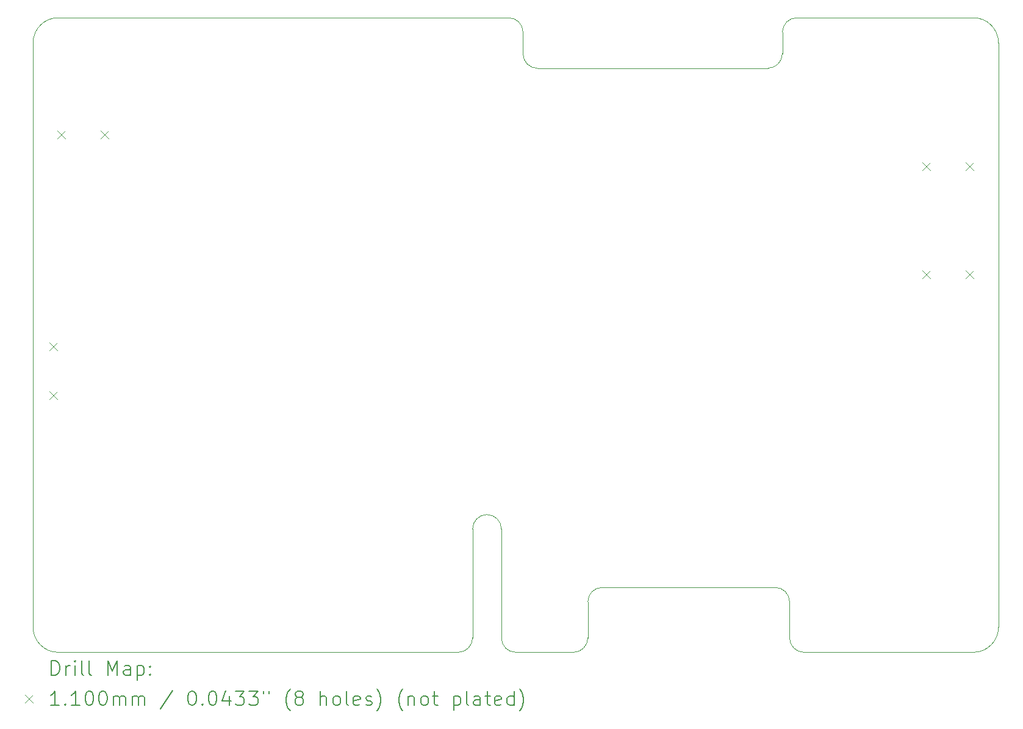
<source format=gbr>
%TF.GenerationSoftware,KiCad,Pcbnew,7.0.6*%
%TF.CreationDate,2023-09-04T15:45:52-07:00*%
%TF.ProjectId,tulipcc,74756c69-7063-4632-9e6b-696361645f70,rev?*%
%TF.SameCoordinates,Original*%
%TF.FileFunction,Drillmap*%
%TF.FilePolarity,Positive*%
%FSLAX45Y45*%
G04 Gerber Fmt 4.5, Leading zero omitted, Abs format (unit mm)*
G04 Created by KiCad (PCBNEW 7.0.6) date 2023-09-04 15:45:52*
%MOMM*%
%LPD*%
G01*
G04 APERTURE LIST*
%ADD10C,0.100000*%
%ADD11C,0.200000*%
%ADD12C,0.110000*%
G04 APERTURE END LIST*
D10*
X6700000Y0D02*
X7500000Y0D01*
X5900000Y0D02*
G75*
G03*
X6100000Y200000I0J200000D01*
G01*
X6300000Y1910000D02*
G75*
G03*
X6100000Y1710000I0J-200000D01*
G01*
X6100000Y200000D02*
X6100000Y1710000D01*
X6500000Y1710000D02*
G75*
G03*
X6300000Y1910000I-200000J0D01*
G01*
X6500000Y200000D02*
G75*
G03*
X6700000Y0I200000J0D01*
G01*
X6500000Y200000D02*
X6500000Y1710000D01*
X7500000Y0D02*
G75*
G03*
X7700000Y200000I0J200000D01*
G01*
X7900000Y900000D02*
G75*
G03*
X7700000Y700000I0J-200000D01*
G01*
X13400000Y350000D02*
X13400000Y8450000D01*
X0Y8450000D02*
X0Y350000D01*
X7900000Y900000D02*
X10300000Y900000D01*
X13050000Y0D02*
G75*
G03*
X13400000Y350000I0J350000D01*
G01*
X10500000Y200000D02*
G75*
G03*
X10700000Y0I200000J0D01*
G01*
X10700000Y0D02*
X13050000Y0D01*
X13400000Y8450000D02*
G75*
G03*
X13050000Y8800000I-350000J0D01*
G01*
X6800000Y8300000D02*
X6800000Y8600000D01*
X350000Y8800000D02*
G75*
G03*
X0Y8450000I0J-350000D01*
G01*
X350000Y0D02*
X5900000Y0D01*
X10600000Y8800003D02*
G75*
G03*
X10400014Y8599007I2950J-202923D01*
G01*
X10600000Y8800000D02*
X13050000Y8800000D01*
X6800000Y8300000D02*
G75*
G03*
X7000000Y8100000I200000J0D01*
G01*
X0Y350000D02*
G75*
G03*
X350000Y0I350000J0D01*
G01*
X10200000Y8100000D02*
G75*
G03*
X10400005Y8301421I-1420J201420D01*
G01*
X6800000Y8600000D02*
G75*
G03*
X6600000Y8800000I-200000J0D01*
G01*
X10500000Y700000D02*
G75*
G03*
X10300000Y900000I-200000J0D01*
G01*
X7700000Y200000D02*
X7700000Y700000D01*
X10400005Y8301421D02*
X10400000Y8600000D01*
X10500000Y200000D02*
X10500000Y700000D01*
X350000Y8800000D02*
X6600000Y8800000D01*
X7000000Y8100000D02*
X10200000Y8100000D01*
D11*
D12*
X225000Y4295000D02*
X335000Y4185000D01*
X335000Y4295000D02*
X225000Y4185000D01*
X225000Y3615000D02*
X335000Y3505000D01*
X335000Y3615000D02*
X225000Y3505000D01*
X335000Y7235000D02*
X445000Y7125000D01*
X445000Y7235000D02*
X335000Y7125000D01*
X935000Y7235000D02*
X1045000Y7125000D01*
X1045000Y7235000D02*
X935000Y7125000D01*
X12345000Y6795000D02*
X12455000Y6685000D01*
X12455000Y6795000D02*
X12345000Y6685000D01*
X12345000Y5295000D02*
X12455000Y5185000D01*
X12455000Y5295000D02*
X12345000Y5185000D01*
X12945000Y6795000D02*
X13055000Y6685000D01*
X13055000Y6795000D02*
X12945000Y6685000D01*
X12945000Y5295000D02*
X13055000Y5185000D01*
X13055000Y5295000D02*
X12945000Y5185000D01*
D11*
X255777Y-316484D02*
X255777Y-116484D01*
X255777Y-116484D02*
X303396Y-116484D01*
X303396Y-116484D02*
X331967Y-126008D01*
X331967Y-126008D02*
X351015Y-145055D01*
X351015Y-145055D02*
X360539Y-164103D01*
X360539Y-164103D02*
X370062Y-202198D01*
X370062Y-202198D02*
X370062Y-230769D01*
X370062Y-230769D02*
X360539Y-268865D01*
X360539Y-268865D02*
X351015Y-287912D01*
X351015Y-287912D02*
X331967Y-306960D01*
X331967Y-306960D02*
X303396Y-316484D01*
X303396Y-316484D02*
X255777Y-316484D01*
X455777Y-316484D02*
X455777Y-183150D01*
X455777Y-221246D02*
X465301Y-202198D01*
X465301Y-202198D02*
X474824Y-192674D01*
X474824Y-192674D02*
X493872Y-183150D01*
X493872Y-183150D02*
X512920Y-183150D01*
X579586Y-316484D02*
X579586Y-183150D01*
X579586Y-116484D02*
X570063Y-126008D01*
X570063Y-126008D02*
X579586Y-135531D01*
X579586Y-135531D02*
X589110Y-126008D01*
X589110Y-126008D02*
X579586Y-116484D01*
X579586Y-116484D02*
X579586Y-135531D01*
X703396Y-316484D02*
X684348Y-306960D01*
X684348Y-306960D02*
X674824Y-287912D01*
X674824Y-287912D02*
X674824Y-116484D01*
X808158Y-316484D02*
X789110Y-306960D01*
X789110Y-306960D02*
X779586Y-287912D01*
X779586Y-287912D02*
X779586Y-116484D01*
X1036729Y-316484D02*
X1036729Y-116484D01*
X1036729Y-116484D02*
X1103396Y-259341D01*
X1103396Y-259341D02*
X1170063Y-116484D01*
X1170063Y-116484D02*
X1170063Y-316484D01*
X1351015Y-316484D02*
X1351015Y-211722D01*
X1351015Y-211722D02*
X1341491Y-192674D01*
X1341491Y-192674D02*
X1322444Y-183150D01*
X1322444Y-183150D02*
X1284348Y-183150D01*
X1284348Y-183150D02*
X1265301Y-192674D01*
X1351015Y-306960D02*
X1331967Y-316484D01*
X1331967Y-316484D02*
X1284348Y-316484D01*
X1284348Y-316484D02*
X1265301Y-306960D01*
X1265301Y-306960D02*
X1255777Y-287912D01*
X1255777Y-287912D02*
X1255777Y-268865D01*
X1255777Y-268865D02*
X1265301Y-249817D01*
X1265301Y-249817D02*
X1284348Y-240293D01*
X1284348Y-240293D02*
X1331967Y-240293D01*
X1331967Y-240293D02*
X1351015Y-230769D01*
X1446253Y-183150D02*
X1446253Y-383150D01*
X1446253Y-192674D02*
X1465301Y-183150D01*
X1465301Y-183150D02*
X1503396Y-183150D01*
X1503396Y-183150D02*
X1522443Y-192674D01*
X1522443Y-192674D02*
X1531967Y-202198D01*
X1531967Y-202198D02*
X1541491Y-221246D01*
X1541491Y-221246D02*
X1541491Y-278389D01*
X1541491Y-278389D02*
X1531967Y-297436D01*
X1531967Y-297436D02*
X1522443Y-306960D01*
X1522443Y-306960D02*
X1503396Y-316484D01*
X1503396Y-316484D02*
X1465301Y-316484D01*
X1465301Y-316484D02*
X1446253Y-306960D01*
X1627205Y-297436D02*
X1636729Y-306960D01*
X1636729Y-306960D02*
X1627205Y-316484D01*
X1627205Y-316484D02*
X1617682Y-306960D01*
X1617682Y-306960D02*
X1627205Y-297436D01*
X1627205Y-297436D02*
X1627205Y-316484D01*
X1627205Y-192674D02*
X1636729Y-202198D01*
X1636729Y-202198D02*
X1627205Y-211722D01*
X1627205Y-211722D02*
X1617682Y-202198D01*
X1617682Y-202198D02*
X1627205Y-192674D01*
X1627205Y-192674D02*
X1627205Y-211722D01*
D12*
X-115000Y-590000D02*
X-5000Y-700000D01*
X-5000Y-590000D02*
X-115000Y-700000D01*
D11*
X360539Y-736484D02*
X246253Y-736484D01*
X303396Y-736484D02*
X303396Y-536484D01*
X303396Y-536484D02*
X284348Y-565055D01*
X284348Y-565055D02*
X265301Y-584103D01*
X265301Y-584103D02*
X246253Y-593627D01*
X446253Y-717436D02*
X455777Y-726960D01*
X455777Y-726960D02*
X446253Y-736484D01*
X446253Y-736484D02*
X436729Y-726960D01*
X436729Y-726960D02*
X446253Y-717436D01*
X446253Y-717436D02*
X446253Y-736484D01*
X646253Y-736484D02*
X531967Y-736484D01*
X589110Y-736484D02*
X589110Y-536484D01*
X589110Y-536484D02*
X570063Y-565055D01*
X570063Y-565055D02*
X551015Y-584103D01*
X551015Y-584103D02*
X531967Y-593627D01*
X770062Y-536484D02*
X789110Y-536484D01*
X789110Y-536484D02*
X808158Y-546008D01*
X808158Y-546008D02*
X817682Y-555531D01*
X817682Y-555531D02*
X827205Y-574579D01*
X827205Y-574579D02*
X836729Y-612674D01*
X836729Y-612674D02*
X836729Y-660293D01*
X836729Y-660293D02*
X827205Y-698389D01*
X827205Y-698389D02*
X817682Y-717436D01*
X817682Y-717436D02*
X808158Y-726960D01*
X808158Y-726960D02*
X789110Y-736484D01*
X789110Y-736484D02*
X770062Y-736484D01*
X770062Y-736484D02*
X751015Y-726960D01*
X751015Y-726960D02*
X741491Y-717436D01*
X741491Y-717436D02*
X731967Y-698389D01*
X731967Y-698389D02*
X722443Y-660293D01*
X722443Y-660293D02*
X722443Y-612674D01*
X722443Y-612674D02*
X731967Y-574579D01*
X731967Y-574579D02*
X741491Y-555531D01*
X741491Y-555531D02*
X751015Y-546008D01*
X751015Y-546008D02*
X770062Y-536484D01*
X960539Y-536484D02*
X979586Y-536484D01*
X979586Y-536484D02*
X998634Y-546008D01*
X998634Y-546008D02*
X1008158Y-555531D01*
X1008158Y-555531D02*
X1017682Y-574579D01*
X1017682Y-574579D02*
X1027205Y-612674D01*
X1027205Y-612674D02*
X1027205Y-660293D01*
X1027205Y-660293D02*
X1017682Y-698389D01*
X1017682Y-698389D02*
X1008158Y-717436D01*
X1008158Y-717436D02*
X998634Y-726960D01*
X998634Y-726960D02*
X979586Y-736484D01*
X979586Y-736484D02*
X960539Y-736484D01*
X960539Y-736484D02*
X941491Y-726960D01*
X941491Y-726960D02*
X931967Y-717436D01*
X931967Y-717436D02*
X922443Y-698389D01*
X922443Y-698389D02*
X912920Y-660293D01*
X912920Y-660293D02*
X912920Y-612674D01*
X912920Y-612674D02*
X922443Y-574579D01*
X922443Y-574579D02*
X931967Y-555531D01*
X931967Y-555531D02*
X941491Y-546008D01*
X941491Y-546008D02*
X960539Y-536484D01*
X1112920Y-736484D02*
X1112920Y-603150D01*
X1112920Y-622198D02*
X1122444Y-612674D01*
X1122444Y-612674D02*
X1141491Y-603150D01*
X1141491Y-603150D02*
X1170063Y-603150D01*
X1170063Y-603150D02*
X1189110Y-612674D01*
X1189110Y-612674D02*
X1198634Y-631722D01*
X1198634Y-631722D02*
X1198634Y-736484D01*
X1198634Y-631722D02*
X1208158Y-612674D01*
X1208158Y-612674D02*
X1227205Y-603150D01*
X1227205Y-603150D02*
X1255777Y-603150D01*
X1255777Y-603150D02*
X1274825Y-612674D01*
X1274825Y-612674D02*
X1284348Y-631722D01*
X1284348Y-631722D02*
X1284348Y-736484D01*
X1379586Y-736484D02*
X1379586Y-603150D01*
X1379586Y-622198D02*
X1389110Y-612674D01*
X1389110Y-612674D02*
X1408158Y-603150D01*
X1408158Y-603150D02*
X1436729Y-603150D01*
X1436729Y-603150D02*
X1455777Y-612674D01*
X1455777Y-612674D02*
X1465301Y-631722D01*
X1465301Y-631722D02*
X1465301Y-736484D01*
X1465301Y-631722D02*
X1474824Y-612674D01*
X1474824Y-612674D02*
X1493872Y-603150D01*
X1493872Y-603150D02*
X1522443Y-603150D01*
X1522443Y-603150D02*
X1541491Y-612674D01*
X1541491Y-612674D02*
X1551015Y-631722D01*
X1551015Y-631722D02*
X1551015Y-736484D01*
X1941491Y-526960D02*
X1770063Y-784103D01*
X2198634Y-536484D02*
X2217682Y-536484D01*
X2217682Y-536484D02*
X2236729Y-546008D01*
X2236729Y-546008D02*
X2246253Y-555531D01*
X2246253Y-555531D02*
X2255777Y-574579D01*
X2255777Y-574579D02*
X2265301Y-612674D01*
X2265301Y-612674D02*
X2265301Y-660293D01*
X2265301Y-660293D02*
X2255777Y-698389D01*
X2255777Y-698389D02*
X2246253Y-717436D01*
X2246253Y-717436D02*
X2236729Y-726960D01*
X2236729Y-726960D02*
X2217682Y-736484D01*
X2217682Y-736484D02*
X2198634Y-736484D01*
X2198634Y-736484D02*
X2179587Y-726960D01*
X2179587Y-726960D02*
X2170063Y-717436D01*
X2170063Y-717436D02*
X2160539Y-698389D01*
X2160539Y-698389D02*
X2151015Y-660293D01*
X2151015Y-660293D02*
X2151015Y-612674D01*
X2151015Y-612674D02*
X2160539Y-574579D01*
X2160539Y-574579D02*
X2170063Y-555531D01*
X2170063Y-555531D02*
X2179587Y-546008D01*
X2179587Y-546008D02*
X2198634Y-536484D01*
X2351015Y-717436D02*
X2360539Y-726960D01*
X2360539Y-726960D02*
X2351015Y-736484D01*
X2351015Y-736484D02*
X2341491Y-726960D01*
X2341491Y-726960D02*
X2351015Y-717436D01*
X2351015Y-717436D02*
X2351015Y-736484D01*
X2484348Y-536484D02*
X2503396Y-536484D01*
X2503396Y-536484D02*
X2522444Y-546008D01*
X2522444Y-546008D02*
X2531968Y-555531D01*
X2531968Y-555531D02*
X2541491Y-574579D01*
X2541491Y-574579D02*
X2551015Y-612674D01*
X2551015Y-612674D02*
X2551015Y-660293D01*
X2551015Y-660293D02*
X2541491Y-698389D01*
X2541491Y-698389D02*
X2531968Y-717436D01*
X2531968Y-717436D02*
X2522444Y-726960D01*
X2522444Y-726960D02*
X2503396Y-736484D01*
X2503396Y-736484D02*
X2484348Y-736484D01*
X2484348Y-736484D02*
X2465301Y-726960D01*
X2465301Y-726960D02*
X2455777Y-717436D01*
X2455777Y-717436D02*
X2446253Y-698389D01*
X2446253Y-698389D02*
X2436729Y-660293D01*
X2436729Y-660293D02*
X2436729Y-612674D01*
X2436729Y-612674D02*
X2446253Y-574579D01*
X2446253Y-574579D02*
X2455777Y-555531D01*
X2455777Y-555531D02*
X2465301Y-546008D01*
X2465301Y-546008D02*
X2484348Y-536484D01*
X2722444Y-603150D02*
X2722444Y-736484D01*
X2674825Y-526960D02*
X2627206Y-669817D01*
X2627206Y-669817D02*
X2751015Y-669817D01*
X2808158Y-536484D02*
X2931967Y-536484D01*
X2931967Y-536484D02*
X2865301Y-612674D01*
X2865301Y-612674D02*
X2893872Y-612674D01*
X2893872Y-612674D02*
X2912920Y-622198D01*
X2912920Y-622198D02*
X2922444Y-631722D01*
X2922444Y-631722D02*
X2931967Y-650770D01*
X2931967Y-650770D02*
X2931967Y-698389D01*
X2931967Y-698389D02*
X2922444Y-717436D01*
X2922444Y-717436D02*
X2912920Y-726960D01*
X2912920Y-726960D02*
X2893872Y-736484D01*
X2893872Y-736484D02*
X2836729Y-736484D01*
X2836729Y-736484D02*
X2817682Y-726960D01*
X2817682Y-726960D02*
X2808158Y-717436D01*
X2998634Y-536484D02*
X3122444Y-536484D01*
X3122444Y-536484D02*
X3055777Y-612674D01*
X3055777Y-612674D02*
X3084348Y-612674D01*
X3084348Y-612674D02*
X3103396Y-622198D01*
X3103396Y-622198D02*
X3112920Y-631722D01*
X3112920Y-631722D02*
X3122444Y-650770D01*
X3122444Y-650770D02*
X3122444Y-698389D01*
X3122444Y-698389D02*
X3112920Y-717436D01*
X3112920Y-717436D02*
X3103396Y-726960D01*
X3103396Y-726960D02*
X3084348Y-736484D01*
X3084348Y-736484D02*
X3027206Y-736484D01*
X3027206Y-736484D02*
X3008158Y-726960D01*
X3008158Y-726960D02*
X2998634Y-717436D01*
X3198634Y-536484D02*
X3198634Y-574579D01*
X3274825Y-536484D02*
X3274825Y-574579D01*
X3570063Y-812674D02*
X3560539Y-803150D01*
X3560539Y-803150D02*
X3541491Y-774579D01*
X3541491Y-774579D02*
X3531968Y-755531D01*
X3531968Y-755531D02*
X3522444Y-726960D01*
X3522444Y-726960D02*
X3512920Y-679341D01*
X3512920Y-679341D02*
X3512920Y-641246D01*
X3512920Y-641246D02*
X3522444Y-593627D01*
X3522444Y-593627D02*
X3531968Y-565055D01*
X3531968Y-565055D02*
X3541491Y-546008D01*
X3541491Y-546008D02*
X3560539Y-517436D01*
X3560539Y-517436D02*
X3570063Y-507912D01*
X3674825Y-622198D02*
X3655777Y-612674D01*
X3655777Y-612674D02*
X3646253Y-603150D01*
X3646253Y-603150D02*
X3636729Y-584103D01*
X3636729Y-584103D02*
X3636729Y-574579D01*
X3636729Y-574579D02*
X3646253Y-555531D01*
X3646253Y-555531D02*
X3655777Y-546008D01*
X3655777Y-546008D02*
X3674825Y-536484D01*
X3674825Y-536484D02*
X3712920Y-536484D01*
X3712920Y-536484D02*
X3731968Y-546008D01*
X3731968Y-546008D02*
X3741491Y-555531D01*
X3741491Y-555531D02*
X3751015Y-574579D01*
X3751015Y-574579D02*
X3751015Y-584103D01*
X3751015Y-584103D02*
X3741491Y-603150D01*
X3741491Y-603150D02*
X3731968Y-612674D01*
X3731968Y-612674D02*
X3712920Y-622198D01*
X3712920Y-622198D02*
X3674825Y-622198D01*
X3674825Y-622198D02*
X3655777Y-631722D01*
X3655777Y-631722D02*
X3646253Y-641246D01*
X3646253Y-641246D02*
X3636729Y-660293D01*
X3636729Y-660293D02*
X3636729Y-698389D01*
X3636729Y-698389D02*
X3646253Y-717436D01*
X3646253Y-717436D02*
X3655777Y-726960D01*
X3655777Y-726960D02*
X3674825Y-736484D01*
X3674825Y-736484D02*
X3712920Y-736484D01*
X3712920Y-736484D02*
X3731968Y-726960D01*
X3731968Y-726960D02*
X3741491Y-717436D01*
X3741491Y-717436D02*
X3751015Y-698389D01*
X3751015Y-698389D02*
X3751015Y-660293D01*
X3751015Y-660293D02*
X3741491Y-641246D01*
X3741491Y-641246D02*
X3731968Y-631722D01*
X3731968Y-631722D02*
X3712920Y-622198D01*
X3989110Y-736484D02*
X3989110Y-536484D01*
X4074825Y-736484D02*
X4074825Y-631722D01*
X4074825Y-631722D02*
X4065301Y-612674D01*
X4065301Y-612674D02*
X4046253Y-603150D01*
X4046253Y-603150D02*
X4017682Y-603150D01*
X4017682Y-603150D02*
X3998634Y-612674D01*
X3998634Y-612674D02*
X3989110Y-622198D01*
X4198634Y-736484D02*
X4179587Y-726960D01*
X4179587Y-726960D02*
X4170063Y-717436D01*
X4170063Y-717436D02*
X4160539Y-698389D01*
X4160539Y-698389D02*
X4160539Y-641246D01*
X4160539Y-641246D02*
X4170063Y-622198D01*
X4170063Y-622198D02*
X4179587Y-612674D01*
X4179587Y-612674D02*
X4198634Y-603150D01*
X4198634Y-603150D02*
X4227206Y-603150D01*
X4227206Y-603150D02*
X4246253Y-612674D01*
X4246253Y-612674D02*
X4255777Y-622198D01*
X4255777Y-622198D02*
X4265301Y-641246D01*
X4265301Y-641246D02*
X4265301Y-698389D01*
X4265301Y-698389D02*
X4255777Y-717436D01*
X4255777Y-717436D02*
X4246253Y-726960D01*
X4246253Y-726960D02*
X4227206Y-736484D01*
X4227206Y-736484D02*
X4198634Y-736484D01*
X4379587Y-736484D02*
X4360539Y-726960D01*
X4360539Y-726960D02*
X4351015Y-707912D01*
X4351015Y-707912D02*
X4351015Y-536484D01*
X4531968Y-726960D02*
X4512920Y-736484D01*
X4512920Y-736484D02*
X4474825Y-736484D01*
X4474825Y-736484D02*
X4455777Y-726960D01*
X4455777Y-726960D02*
X4446253Y-707912D01*
X4446253Y-707912D02*
X4446253Y-631722D01*
X4446253Y-631722D02*
X4455777Y-612674D01*
X4455777Y-612674D02*
X4474825Y-603150D01*
X4474825Y-603150D02*
X4512920Y-603150D01*
X4512920Y-603150D02*
X4531968Y-612674D01*
X4531968Y-612674D02*
X4541492Y-631722D01*
X4541492Y-631722D02*
X4541492Y-650770D01*
X4541492Y-650770D02*
X4446253Y-669817D01*
X4617682Y-726960D02*
X4636730Y-736484D01*
X4636730Y-736484D02*
X4674825Y-736484D01*
X4674825Y-736484D02*
X4693873Y-726960D01*
X4693873Y-726960D02*
X4703396Y-707912D01*
X4703396Y-707912D02*
X4703396Y-698389D01*
X4703396Y-698389D02*
X4693873Y-679341D01*
X4693873Y-679341D02*
X4674825Y-669817D01*
X4674825Y-669817D02*
X4646253Y-669817D01*
X4646253Y-669817D02*
X4627206Y-660293D01*
X4627206Y-660293D02*
X4617682Y-641246D01*
X4617682Y-641246D02*
X4617682Y-631722D01*
X4617682Y-631722D02*
X4627206Y-612674D01*
X4627206Y-612674D02*
X4646253Y-603150D01*
X4646253Y-603150D02*
X4674825Y-603150D01*
X4674825Y-603150D02*
X4693873Y-612674D01*
X4770063Y-812674D02*
X4779587Y-803150D01*
X4779587Y-803150D02*
X4798634Y-774579D01*
X4798634Y-774579D02*
X4808158Y-755531D01*
X4808158Y-755531D02*
X4817682Y-726960D01*
X4817682Y-726960D02*
X4827206Y-679341D01*
X4827206Y-679341D02*
X4827206Y-641246D01*
X4827206Y-641246D02*
X4817682Y-593627D01*
X4817682Y-593627D02*
X4808158Y-565055D01*
X4808158Y-565055D02*
X4798634Y-546008D01*
X4798634Y-546008D02*
X4779587Y-517436D01*
X4779587Y-517436D02*
X4770063Y-507912D01*
X5131968Y-812674D02*
X5122444Y-803150D01*
X5122444Y-803150D02*
X5103396Y-774579D01*
X5103396Y-774579D02*
X5093873Y-755531D01*
X5093873Y-755531D02*
X5084349Y-726960D01*
X5084349Y-726960D02*
X5074825Y-679341D01*
X5074825Y-679341D02*
X5074825Y-641246D01*
X5074825Y-641246D02*
X5084349Y-593627D01*
X5084349Y-593627D02*
X5093873Y-565055D01*
X5093873Y-565055D02*
X5103396Y-546008D01*
X5103396Y-546008D02*
X5122444Y-517436D01*
X5122444Y-517436D02*
X5131968Y-507912D01*
X5208158Y-603150D02*
X5208158Y-736484D01*
X5208158Y-622198D02*
X5217682Y-612674D01*
X5217682Y-612674D02*
X5236730Y-603150D01*
X5236730Y-603150D02*
X5265301Y-603150D01*
X5265301Y-603150D02*
X5284349Y-612674D01*
X5284349Y-612674D02*
X5293873Y-631722D01*
X5293873Y-631722D02*
X5293873Y-736484D01*
X5417682Y-736484D02*
X5398634Y-726960D01*
X5398634Y-726960D02*
X5389111Y-717436D01*
X5389111Y-717436D02*
X5379587Y-698389D01*
X5379587Y-698389D02*
X5379587Y-641246D01*
X5379587Y-641246D02*
X5389111Y-622198D01*
X5389111Y-622198D02*
X5398634Y-612674D01*
X5398634Y-612674D02*
X5417682Y-603150D01*
X5417682Y-603150D02*
X5446254Y-603150D01*
X5446254Y-603150D02*
X5465301Y-612674D01*
X5465301Y-612674D02*
X5474825Y-622198D01*
X5474825Y-622198D02*
X5484349Y-641246D01*
X5484349Y-641246D02*
X5484349Y-698389D01*
X5484349Y-698389D02*
X5474825Y-717436D01*
X5474825Y-717436D02*
X5465301Y-726960D01*
X5465301Y-726960D02*
X5446254Y-736484D01*
X5446254Y-736484D02*
X5417682Y-736484D01*
X5541492Y-603150D02*
X5617682Y-603150D01*
X5570063Y-536484D02*
X5570063Y-707912D01*
X5570063Y-707912D02*
X5579587Y-726960D01*
X5579587Y-726960D02*
X5598634Y-736484D01*
X5598634Y-736484D02*
X5617682Y-736484D01*
X5836730Y-603150D02*
X5836730Y-803150D01*
X5836730Y-612674D02*
X5855777Y-603150D01*
X5855777Y-603150D02*
X5893873Y-603150D01*
X5893873Y-603150D02*
X5912920Y-612674D01*
X5912920Y-612674D02*
X5922444Y-622198D01*
X5922444Y-622198D02*
X5931968Y-641246D01*
X5931968Y-641246D02*
X5931968Y-698389D01*
X5931968Y-698389D02*
X5922444Y-717436D01*
X5922444Y-717436D02*
X5912920Y-726960D01*
X5912920Y-726960D02*
X5893873Y-736484D01*
X5893873Y-736484D02*
X5855777Y-736484D01*
X5855777Y-736484D02*
X5836730Y-726960D01*
X6046253Y-736484D02*
X6027206Y-726960D01*
X6027206Y-726960D02*
X6017682Y-707912D01*
X6017682Y-707912D02*
X6017682Y-536484D01*
X6208158Y-736484D02*
X6208158Y-631722D01*
X6208158Y-631722D02*
X6198634Y-612674D01*
X6198634Y-612674D02*
X6179587Y-603150D01*
X6179587Y-603150D02*
X6141492Y-603150D01*
X6141492Y-603150D02*
X6122444Y-612674D01*
X6208158Y-726960D02*
X6189111Y-736484D01*
X6189111Y-736484D02*
X6141492Y-736484D01*
X6141492Y-736484D02*
X6122444Y-726960D01*
X6122444Y-726960D02*
X6112920Y-707912D01*
X6112920Y-707912D02*
X6112920Y-688865D01*
X6112920Y-688865D02*
X6122444Y-669817D01*
X6122444Y-669817D02*
X6141492Y-660293D01*
X6141492Y-660293D02*
X6189111Y-660293D01*
X6189111Y-660293D02*
X6208158Y-650770D01*
X6274825Y-603150D02*
X6351015Y-603150D01*
X6303396Y-536484D02*
X6303396Y-707912D01*
X6303396Y-707912D02*
X6312920Y-726960D01*
X6312920Y-726960D02*
X6331968Y-736484D01*
X6331968Y-736484D02*
X6351015Y-736484D01*
X6493873Y-726960D02*
X6474825Y-736484D01*
X6474825Y-736484D02*
X6436730Y-736484D01*
X6436730Y-736484D02*
X6417682Y-726960D01*
X6417682Y-726960D02*
X6408158Y-707912D01*
X6408158Y-707912D02*
X6408158Y-631722D01*
X6408158Y-631722D02*
X6417682Y-612674D01*
X6417682Y-612674D02*
X6436730Y-603150D01*
X6436730Y-603150D02*
X6474825Y-603150D01*
X6474825Y-603150D02*
X6493873Y-612674D01*
X6493873Y-612674D02*
X6503396Y-631722D01*
X6503396Y-631722D02*
X6503396Y-650770D01*
X6503396Y-650770D02*
X6408158Y-669817D01*
X6674825Y-736484D02*
X6674825Y-536484D01*
X6674825Y-726960D02*
X6655777Y-736484D01*
X6655777Y-736484D02*
X6617682Y-736484D01*
X6617682Y-736484D02*
X6598634Y-726960D01*
X6598634Y-726960D02*
X6589111Y-717436D01*
X6589111Y-717436D02*
X6579587Y-698389D01*
X6579587Y-698389D02*
X6579587Y-641246D01*
X6579587Y-641246D02*
X6589111Y-622198D01*
X6589111Y-622198D02*
X6598634Y-612674D01*
X6598634Y-612674D02*
X6617682Y-603150D01*
X6617682Y-603150D02*
X6655777Y-603150D01*
X6655777Y-603150D02*
X6674825Y-612674D01*
X6751015Y-812674D02*
X6760539Y-803150D01*
X6760539Y-803150D02*
X6779587Y-774579D01*
X6779587Y-774579D02*
X6789111Y-755531D01*
X6789111Y-755531D02*
X6798634Y-726960D01*
X6798634Y-726960D02*
X6808158Y-679341D01*
X6808158Y-679341D02*
X6808158Y-641246D01*
X6808158Y-641246D02*
X6798634Y-593627D01*
X6798634Y-593627D02*
X6789111Y-565055D01*
X6789111Y-565055D02*
X6779587Y-546008D01*
X6779587Y-546008D02*
X6760539Y-517436D01*
X6760539Y-517436D02*
X6751015Y-507912D01*
M02*

</source>
